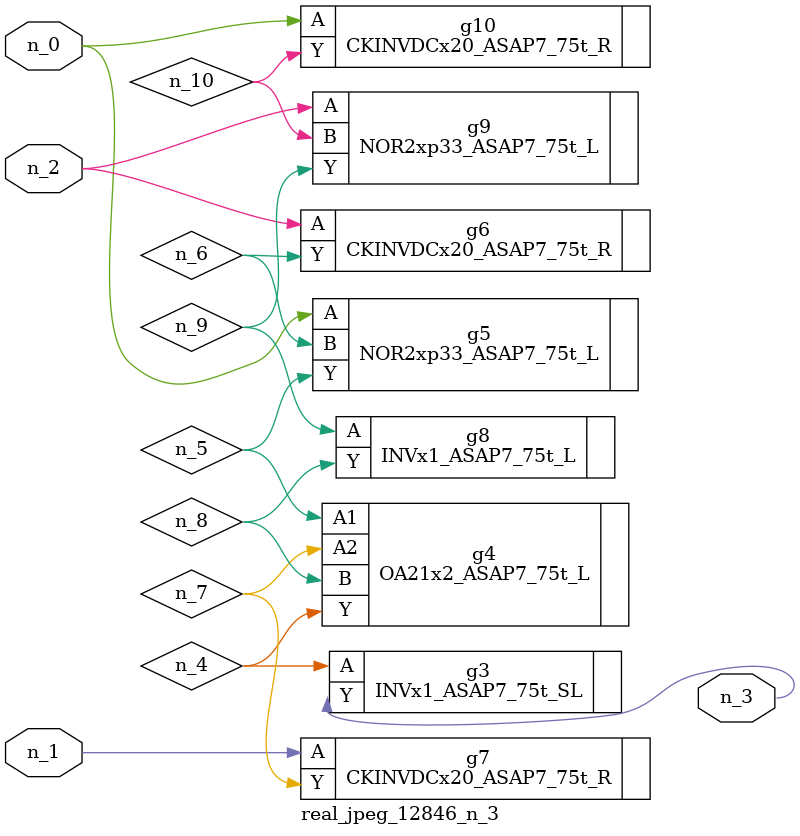
<source format=v>
module real_jpeg_12846_n_3 (n_1, n_0, n_2, n_3);

input n_1;
input n_0;
input n_2;

output n_3;

wire n_5;
wire n_4;
wire n_8;
wire n_6;
wire n_7;
wire n_10;
wire n_9;

NOR2xp33_ASAP7_75t_L g5 ( 
.A(n_0),
.B(n_6),
.Y(n_5)
);

CKINVDCx20_ASAP7_75t_R g10 ( 
.A(n_0),
.Y(n_10)
);

CKINVDCx20_ASAP7_75t_R g7 ( 
.A(n_1),
.Y(n_7)
);

CKINVDCx20_ASAP7_75t_R g6 ( 
.A(n_2),
.Y(n_6)
);

NOR2xp33_ASAP7_75t_L g9 ( 
.A(n_2),
.B(n_10),
.Y(n_9)
);

INVx1_ASAP7_75t_SL g3 ( 
.A(n_4),
.Y(n_3)
);

OA21x2_ASAP7_75t_L g4 ( 
.A1(n_5),
.A2(n_7),
.B(n_8),
.Y(n_4)
);

INVx1_ASAP7_75t_L g8 ( 
.A(n_9),
.Y(n_8)
);


endmodule
</source>
